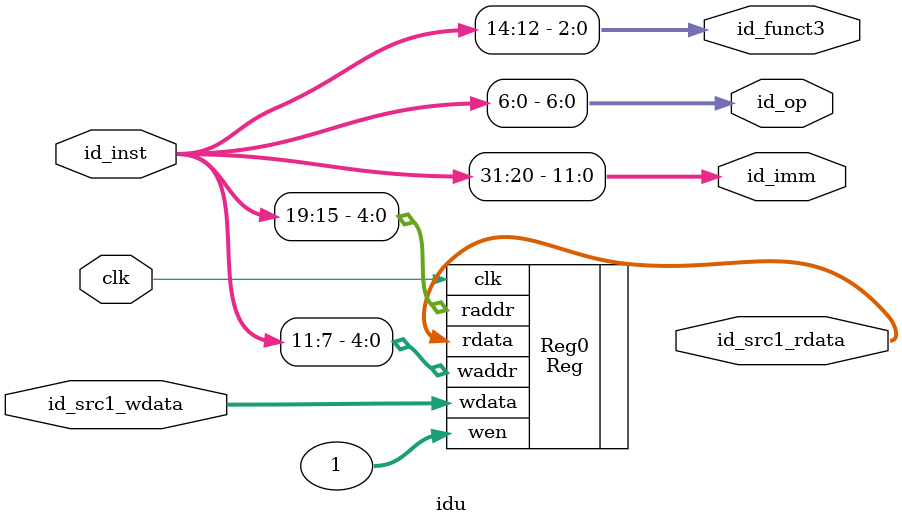
<source format=v>
module idu (//#(RESET_VAL = 0) (
	input clk,
	//input rst,
	input [31:0] id_inst,
	input [31:0] id_src1_wdata,
	output reg [6:0] id_op,
	output reg [2:0] id_funct3,
	output reg [31:0] id_src1_rdata,
	output reg [11:0] id_imm
);


	Reg Reg0(
		.clk(clk),
		.wdata(id_src1_wdata),
		.waddr(id_inst[11:7]),
		.wen(1),
		.raddr(id_inst[19:15]),
		.rdata(id_src1_rdata)
	);
	always@(*)begin
		id_op 		= id_inst[6:0];
		id_funct3 	= id_inst[14:12];
		id_imm		= id_inst[31:20];	//imm value
	end
	
endmodule

</source>
